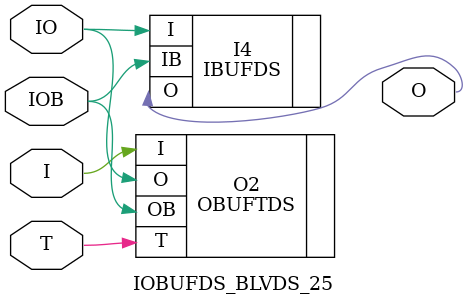
<source format=v>


`timescale  1 ps / 1 ps


module IOBUFDS_BLVDS_25 (O, IO, IOB, I, T);

    output O;

    inout  IO, IOB;

    input  I, T;

	OBUFTDS #(.IOSTANDARD("BLVDS_25")) O2 (.O(IO), .OB(IOB), .I(I), .T(T));
	IBUFDS #(.IOSTANDARD("BLVDS_25")) I4 (.O(O), .I(IO), .IB(IOB));


endmodule



</source>
